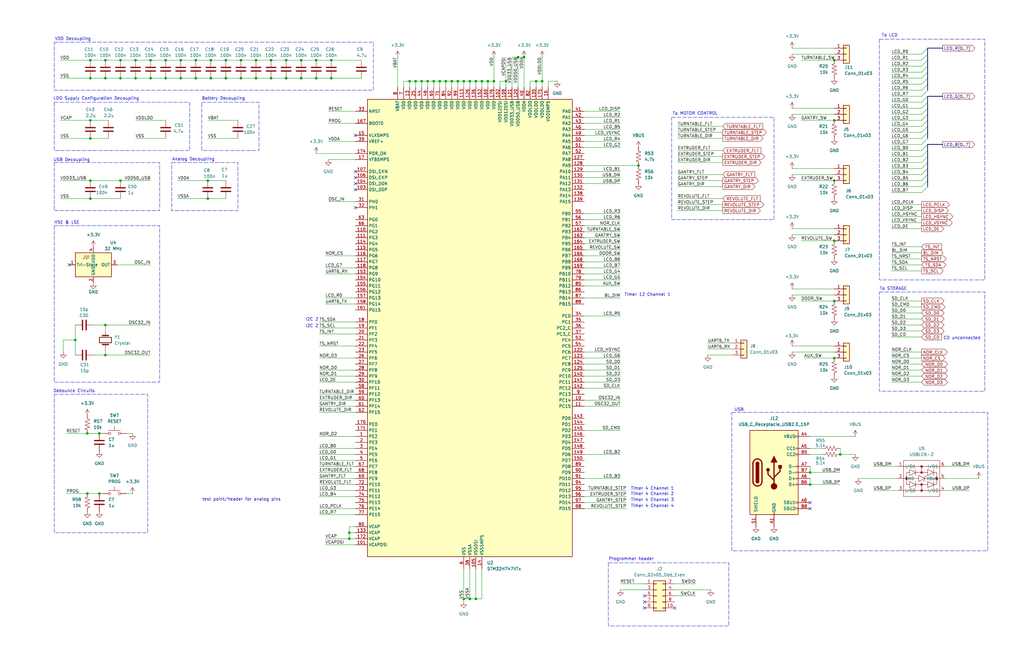
<source format=kicad_sch>
(kicad_sch (version 20250114) (generator "eeschema") (generator_version "9.0")
  (paper "User" 431.8 279.4)
  (rectangle (start 85.09 43.18) (end 109.22 63.5) (stroke (width 0) (type dash)))
  (rectangle (start 22.86 43.18) (end 80.01 63.5) (stroke (width 0) (type dash)))
  (rectangle (start 370.84 123.19) (end 415.29 165.1) (stroke (width 0) (type dash)))
  (rectangle (start 22.86 68.58) (end 67.31 88.9) (stroke (width 0) (type dash)))
  (rectangle (start 308.61 173.99) (end 416.56 232.41) (stroke (width 0) (type dash)))
  (rectangle (start 283.21 49.53) (end 326.39 92.71) (stroke (width 0) (type dash)))
  (rectangle (start 72.39 68.58) (end 100.33 88.9) (stroke (width 0) (type dash)))
  (rectangle (start 22.86 95.25) (end 67.31 161.29) (stroke (width 0) (type dash)))
  (rectangle (start 256.54 237.49) (end 307.34 264.16) (stroke (width 0) (type dash)))
  (rectangle (start 22.86 166.37) (end 62.23 224.79) (stroke (width 0) (type dash)))
  (rectangle (start 370.84 16.51) (end 415.29 118.11) (stroke (width 0) (type dash)))
  (rectangle (start 22.86 17.78) (end 157.48 38.1) (stroke (width 0) (type dash)))
  (text "Timer 4 Channel 3" (at 275.082 211.074 0) (effects (font (size 1.27 1.27))))
  (text "VDD Decoupling" (at 30.734 16.51 0) (effects (font (size 1.27 1.27))))
  (text "To MOTOR CONTROL" (at 293.116 48.006 0) (effects (font (size 1.27 1.27))))
  (text "Battery Decoupling" (at 94.234 41.656 0) (effects (font (size 1.27 1.27))))
  (text "USB Decoupling" (at 30.226 67.564 0) (effects (font (size 1.27 1.27))))
  (text "USB" (at 311.658 172.974 0) (effects (font (size 1.27 1.27))))
  (text "test point/header for analog pins" (at 101.854 210.82 0) (effects (font (size 1.27 1.27))))
  (text "HSE & LSE" (at 28.194 93.98 0) (effects (font (size 1.27 1.27))))
  (text "To STORAGE" (at 376.682 121.92 0) (effects (font (size 1.27 1.27))))
  (text "Timer 4 Channel 1" (at 275.082 206.248 0) (effects (font (size 1.27 1.27))))
  (text "Progrommer header" (at 266.192 235.966 0) (effects (font (size 1.27 1.27))))
  (text "I2C 2" (at 131.572 134.874 0) (effects (font (size 1.27 1.27))))
  (text "Timer 4 Channel 2" (at 275.082 208.534 0) (effects (font (size 1.27 1.27))))
  (text "Timer 4 Channel 4" (at 275.082 213.614 0) (effects (font (size 1.27 1.27))))
  (text "Analog Decoupling" (at 81.534 67.31 0) (effects (font (size 1.27 1.27))))
  (text "I2C 2" (at 131.572 137.668 0) (effects (font (size 1.27 1.27))))
  (text "LDO Supply Configuration Decoupling" (at 40.64 41.656 0) (effects (font (size 1.27 1.27))))
  (text "To LCD" (at 375.158 14.986 0) (effects (font (size 1.27 1.27))))
  (text "CD unconnected" (at 405.638 142.748 0) (effects (font (size 1.27 1.27))))
  (text "Debounce Circuits" (at 31.242 165.1 0) (effects (font (size 1.27 1.27))))
  (text "Timer 12 Channel 1" (at 273.05 124.46 0) (effects (font (size 1.27 1.27))))
  (junction (at 220.98 24.13))
  (junction (at 187.96 34.29))
  (junction (at 354.33 191.77))
  (junction (at 76.2 33.02))
  (junction (at 226.06 34.29))
  (junction (at 133.35 25.4))
  (junction (at 351.79 151.13))
  (junction (at 36.83 182.88))
  (junction (at 41.91 182.88))
  (junction (at 133.35 33.02))
  (junction (at 38.1 58.42))
  (junction (at 198.12 252.73))
  (junction (at 95.25 33.02))
  (junction (at 88.9 33.02))
  (junction (at 82.55 25.4))
  (junction (at 198.12 34.29))
  (junction (at 190.5 34.29))
  (junction (at 69.85 25.4))
  (junction (at 41.91 208.28))
  (junction (at 139.7 33.02))
  (junction (at 195.58 34.29))
  (junction (at 50.8 76.2))
  (junction (at 31.75 143.51))
  (junction (at 180.34 34.29))
  (junction (at 351.79 76.2))
  (junction (at 208.28 34.29))
  (junction (at 38.1 83.82))
  (junction (at 213.36 34.29))
  (junction (at 351.79 50.8))
  (junction (at 82.55 33.02))
  (junction (at 38.1 76.2))
  (junction (at 177.8 34.29))
  (junction (at 139.7 25.4))
  (junction (at 50.8 25.4))
  (junction (at 182.88 34.29))
  (junction (at 120.65 25.4))
  (junction (at 269.24 69.85))
  (junction (at 172.72 34.29))
  (junction (at 218.44 24.13))
  (junction (at 185.42 34.29))
  (junction (at 351.79 127))
  (junction (at 203.2 34.29))
  (junction (at 95.25 25.4))
  (junction (at 120.65 33.02))
  (junction (at 38.1 50.8))
  (junction (at 193.04 34.29))
  (junction (at 76.2 25.4))
  (junction (at 341.63 199.39))
  (junction (at 205.74 34.29))
  (junction (at 127 25.4))
  (junction (at 101.6 25.4))
  (junction (at 101.6 33.02))
  (junction (at 107.95 25.4))
  (junction (at 63.5 33.02))
  (junction (at 44.45 137.16))
  (junction (at 44.45 33.02))
  (junction (at 200.66 252.73))
  (junction (at 175.26 34.29))
  (junction (at 114.3 25.4))
  (junction (at 50.8 33.02))
  (junction (at 44.45 149.86))
  (junction (at 87.63 76.2))
  (junction (at 36.83 208.28))
  (junction (at 147.32 224.79))
  (junction (at 114.3 33.02))
  (junction (at 351.79 101.6))
  (junction (at 69.85 33.02))
  (junction (at 107.95 33.02))
  (junction (at 57.15 33.02))
  (junction (at 228.6 34.29))
  (junction (at 38.1 33.02))
  (junction (at 200.66 34.29))
  (junction (at 341.63 204.47))
  (junction (at 127 33.02))
  (junction (at 44.45 25.4))
  (junction (at 63.5 25.4))
  (junction (at 57.15 25.4))
  (junction (at 147.32 227.33))
  (junction (at 88.9 25.4))
  (junction (at 195.58 252.73))
  (junction (at 38.1 25.4))
  (junction (at 351.79 25.4))
  (junction (at 87.63 83.82))
  (no_connect (at 284.48 256.54))
  (no_connect (at 29.21 111.76))
  (no_connect (at 271.78 251.46))
  (no_connect (at 149.86 77.47))
  (no_connect (at 149.86 74.93))
  (no_connect (at 149.86 80.01))
  (no_connect (at 271.78 256.54))
  (no_connect (at 341.63 214.63))
  (no_connect (at 149.86 87.63))
  (no_connect (at 149.86 57.15))
  (no_connect (at 271.78 254))
  (no_connect (at 341.63 212.09))
  (no_connect (at 149.86 72.39))
  (bus_entry (at 391.16 78.74) (size -2.54 2.54))
  (bus_entry (at 391.16 71.12) (size -2.54 2.54))
  (bus_entry (at 391.16 63.5) (size -2.54 2.54))
  (bus_entry (at 391.16 22.86) (size -2.54 2.54))
  (bus_entry (at 391.16 45.72) (size -2.54 2.54))
  (bus_entry (at 391.16 50.8) (size -2.54 2.54))
  (bus_entry (at 391.16 60.96) (size -2.54 2.54))
  (bus_entry (at 391.16 66.04) (size -2.54 2.54))
  (bus_entry (at 391.16 76.2) (size -2.54 2.54))
  (bus_entry (at 391.16 73.66) (size -2.54 2.54))
  (bus_entry (at 391.16 48.26) (size -2.54 2.54))
  (bus_entry (at 391.16 53.34) (size -2.54 2.54))
  (bus_entry (at 391.16 20.32) (size -2.54 2.54))
  (bus_entry (at 391.16 68.58) (size -2.54 2.54))
  (bus_entry (at 391.16 58.42) (size -2.54 2.54))
  (bus_entry (at 391.16 33.02) (size -2.54 2.54))
  (bus_entry (at 391.16 25.4) (size -2.54 2.54))
  (bus_entry (at 391.16 43.18) (size -2.54 2.54))
  (bus_entry (at 391.16 27.94) (size -2.54 2.54))
  (bus_entry (at 391.16 30.48) (size -2.54 2.54))
  (bus_entry (at 391.16 40.64) (size -2.54 2.54))
  (bus_entry (at 391.16 55.88) (size -2.54 2.54))
  (bus_entry (at 391.16 38.1) (size -2.54 2.54))
  (bus_entry (at 391.16 35.56) (size -2.54 2.54))
  (wire (pts (xy 375.92 88.9) (xy 388.62 88.9)))
  (wire (pts (xy 195.58 34.29) (xy 195.58 36.83)))
  (wire (pts (xy 388.62 45.72) (xy 375.92 45.72)))
  (wire (pts (xy 41.91 182.88) (xy 43.18 182.88)))
  (wire (pts (xy 195.58 252.73) (xy 195.58 240.03)))
  (wire (pts (xy 246.38 46.99) (xy 261.62 46.99)))
  (wire (pts (xy 195.58 252.73) (xy 195.58 254)))
  (bus (pts (xy 391.16 60.96) (xy 391.16 63.5)))
  (wire (pts (xy 177.8 34.29) (xy 177.8 36.83)))
  (wire (pts (xy 69.85 25.4) (xy 76.2 25.4)))
  (wire (pts (xy 337.82 101.6) (xy 351.79 101.6)))
  (wire (pts (xy 378.46 201.93) (xy 361.95 201.93)))
  (wire (pts (xy 39.37 137.16) (xy 44.45 137.16)))
  (wire (pts (xy 246.38 158.75) (xy 261.62 158.75)))
  (wire (pts (xy 285.75 66.04) (xy 304.8 66.04)))
  (wire (pts (xy 180.34 34.29) (xy 177.8 34.29)))
  (wire (pts (xy 375.92 127) (xy 388.62 127)))
  (wire (pts (xy 261.62 246.38) (xy 271.78 246.38)))
  (wire (pts (xy 87.63 58.42) (xy 100.33 58.42)))
  (bus (pts (xy 391.16 71.12) (xy 391.16 73.66)))
  (wire (pts (xy 139.7 33.02) (xy 152.4 33.02)))
  (wire (pts (xy 27.94 182.88) (xy 36.83 182.88)))
  (wire (pts (xy 38.1 33.02) (xy 44.45 33.02)))
  (wire (pts (xy 375.92 142.24) (xy 388.62 142.24)))
  (bus (pts (xy 397.51 20.32) (xy 391.16 20.32)))
  (wire (pts (xy 246.38 148.59) (xy 261.62 148.59)))
  (bus (pts (xy 391.16 33.02) (xy 391.16 35.56)))
  (wire (pts (xy 203.2 34.29) (xy 200.66 34.29)))
  (wire (pts (xy 87.63 50.8) (xy 100.33 50.8)))
  (wire (pts (xy 133.35 25.4) (xy 139.7 25.4)))
  (wire (pts (xy 198.12 34.29) (xy 198.12 36.83)))
  (wire (pts (xy 210.82 36.83) (xy 210.82 34.29)))
  (wire (pts (xy 375.92 151.13) (xy 388.62 151.13)))
  (wire (pts (xy 218.44 24.13) (xy 218.44 36.83)))
  (wire (pts (xy 38.1 25.4) (xy 44.45 25.4)))
  (wire (pts (xy 285.75 68.58) (xy 304.8 68.58)))
  (wire (pts (xy 378.46 207.01) (xy 368.3 207.01)))
  (wire (pts (xy 228.6 24.13) (xy 228.6 34.29)))
  (wire (pts (xy 134.62 168.91) (xy 149.86 168.91)))
  (wire (pts (xy 284.48 248.92) (xy 299.72 248.92)))
  (wire (pts (xy 213.36 24.13) (xy 213.36 34.29)))
  (wire (pts (xy 334.01 22.86) (xy 351.79 22.86)))
  (wire (pts (xy 284.48 251.46) (xy 293.37 251.46)))
  (wire (pts (xy 351.79 20.32) (xy 334.01 20.32)))
  (wire (pts (xy 285.75 55.88) (xy 304.8 55.88)))
  (wire (pts (xy 388.62 81.28) (xy 375.92 81.28)))
  (wire (pts (xy 375.92 111.76) (xy 388.62 111.76)))
  (wire (pts (xy 388.62 40.64) (xy 375.92 40.64)))
  (wire (pts (xy 138.43 59.69) (xy 149.86 59.69)))
  (wire (pts (xy 187.96 34.29) (xy 187.96 36.83)))
  (wire (pts (xy 231.14 34.29) (xy 234.95 34.29)))
  (wire (pts (xy 375.92 109.22) (xy 388.62 109.22)))
  (wire (pts (xy 285.75 76.2) (xy 304.8 76.2)))
  (wire (pts (xy 120.65 25.4) (xy 127 25.4)))
  (wire (pts (xy 298.45 147.32) (xy 308.61 147.32)))
  (wire (pts (xy 246.38 212.09) (xy 264.16 212.09)))
  (wire (pts (xy 200.66 34.29) (xy 200.66 36.83)))
  (wire (pts (xy 134.62 158.75) (xy 149.86 158.75)))
  (wire (pts (xy 200.66 252.73) (xy 203.2 252.73)))
  (wire (pts (xy 57.15 58.42) (xy 69.85 58.42)))
  (wire (pts (xy 167.64 24.13) (xy 167.64 36.83)))
  (wire (pts (xy 388.62 66.04) (xy 375.92 66.04)))
  (wire (pts (xy 246.38 209.55) (xy 264.16 209.55)))
  (wire (pts (xy 53.34 182.88) (xy 55.88 182.88)))
  (wire (pts (xy 246.38 90.17) (xy 261.62 90.17)))
  (wire (pts (xy 101.6 33.02) (xy 107.95 33.02)))
  (wire (pts (xy 25.4 76.2) (xy 38.1 76.2)))
  (wire (pts (xy 27.94 208.28) (xy 36.83 208.28)))
  (wire (pts (xy 127 33.02) (xy 133.35 33.02)))
  (bus (pts (xy 391.16 22.86) (xy 391.16 25.4)))
  (wire (pts (xy 285.75 83.82) (xy 304.8 83.82)))
  (wire (pts (xy 74.93 83.82) (xy 87.63 83.82)))
  (wire (pts (xy 134.62 151.13) (xy 149.86 151.13)))
  (wire (pts (xy 341.63 184.15) (xy 360.68 184.15)))
  (wire (pts (xy 246.38 97.79) (xy 261.62 97.79)))
  (wire (pts (xy 375.92 104.14) (xy 388.62 104.14)))
  (wire (pts (xy 185.42 34.29) (xy 187.96 34.29)))
  (wire (pts (xy 57.15 33.02) (xy 63.5 33.02)))
  (wire (pts (xy 134.62 194.31) (xy 149.86 194.31)))
  (wire (pts (xy 246.38 110.49) (xy 261.62 110.49)))
  (wire (pts (xy 334.01 73.66) (xy 351.79 73.66)))
  (wire (pts (xy 215.9 24.13) (xy 215.9 36.83)))
  (wire (pts (xy 388.62 60.96) (xy 375.92 60.96)))
  (wire (pts (xy 220.98 24.13) (xy 220.98 36.83)))
  (wire (pts (xy 246.38 105.41) (xy 261.62 105.41)))
  (wire (pts (xy 26.67 148.59) (xy 26.67 143.51)))
  (wire (pts (xy 337.82 127) (xy 351.79 127)))
  (wire (pts (xy 38.1 58.42) (xy 45.72 58.42)))
  (bus (pts (xy 391.16 45.72) (xy 391.16 48.26)))
  (wire (pts (xy 198.12 34.29) (xy 200.66 34.29)))
  (wire (pts (xy 44.45 149.86) (xy 63.5 149.86)))
  (wire (pts (xy 218.44 24.13) (xy 220.98 24.13)))
  (wire (pts (xy 134.62 207.01) (xy 149.86 207.01)))
  (wire (pts (xy 375.92 106.68) (xy 388.62 106.68)))
  (wire (pts (xy 76.2 33.02) (xy 82.55 33.02)))
  (bus (pts (xy 391.16 53.34) (xy 391.16 55.88)))
  (wire (pts (xy 190.5 34.29) (xy 190.5 36.83)))
  (wire (pts (xy 375.92 156.21) (xy 388.62 156.21)))
  (wire (pts (xy 334.01 124.46) (xy 351.79 124.46)))
  (wire (pts (xy 114.3 33.02) (xy 120.65 33.02)))
  (wire (pts (xy 285.75 86.36) (xy 304.8 86.36)))
  (wire (pts (xy 200.66 240.03) (xy 200.66 252.73)))
  (wire (pts (xy 134.62 166.37) (xy 149.86 166.37)))
  (wire (pts (xy 114.3 25.4) (xy 120.65 25.4)))
  (wire (pts (xy 38.1 76.2) (xy 50.8 76.2)))
  (wire (pts (xy 198.12 252.73) (xy 200.66 252.73)))
  (wire (pts (xy 134.62 204.47) (xy 149.86 204.47)))
  (wire (pts (xy 198.12 252.73) (xy 198.12 240.03)))
  (wire (pts (xy 334.01 48.26) (xy 351.79 48.26)))
  (wire (pts (xy 63.5 111.76) (xy 49.53 111.76)))
  (wire (pts (xy 388.62 50.8) (xy 375.92 50.8)))
  (wire (pts (xy 31.75 137.16) (xy 31.75 143.51)))
  (wire (pts (xy 351.79 121.92) (xy 334.01 121.92)))
  (wire (pts (xy 398.78 196.85) (xy 408.94 196.85)))
  (wire (pts (xy 134.62 184.15) (xy 149.86 184.15)))
  (wire (pts (xy 375.92 86.36) (xy 388.62 86.36)))
  (wire (pts (xy 246.38 214.63) (xy 264.16 214.63)))
  (wire (pts (xy 354.33 191.77) (xy 360.68 191.77)))
  (wire (pts (xy 375.92 91.44) (xy 388.62 91.44)))
  (wire (pts (xy 147.32 224.79) (xy 147.32 222.25)))
  (wire (pts (xy 74.93 76.2) (xy 87.63 76.2)))
  (wire (pts (xy 95.25 33.02) (xy 101.6 33.02)))
  (wire (pts (xy 38.1 83.82) (xy 50.8 83.82)))
  (wire (pts (xy 127 25.4) (xy 133.35 25.4)))
  (wire (pts (xy 137.16 115.57) (xy 149.86 115.57)))
  (bus (pts (xy 391.16 76.2) (xy 391.16 78.74)))
  (wire (pts (xy 246.38 207.01) (xy 264.16 207.01)))
  (bus (pts (xy 391.16 63.5) (xy 391.16 66.04)))
  (wire (pts (xy 246.38 163.83) (xy 261.62 163.83)))
  (wire (pts (xy 246.38 115.57) (xy 261.62 115.57)))
  (wire (pts (xy 198.12 34.29) (xy 195.58 34.29)))
  (wire (pts (xy 351.79 45.72) (xy 334.01 45.72)))
  (wire (pts (xy 133.35 64.77) (xy 149.86 64.77)))
  (wire (pts (xy 138.43 85.09) (xy 149.86 85.09)))
  (wire (pts (xy 137.16 128.27) (xy 149.86 128.27)))
  (wire (pts (xy 246.38 102.87) (xy 261.62 102.87)))
  (wire (pts (xy 246.38 120.65) (xy 261.62 120.65)))
  (wire (pts (xy 185.42 34.29) (xy 182.88 34.29)))
  (wire (pts (xy 375.92 134.62) (xy 388.62 134.62)))
  (wire (pts (xy 246.38 92.71) (xy 261.62 92.71)))
  (wire (pts (xy 87.63 83.82) (xy 95.25 83.82)))
  (wire (pts (xy 138.43 67.31) (xy 149.86 67.31)))
  (wire (pts (xy 134.62 189.23) (xy 149.86 189.23)))
  (wire (pts (xy 341.63 201.93) (xy 341.63 204.47)))
  (wire (pts (xy 375.92 161.29) (xy 388.62 161.29)))
  (wire (pts (xy 375.92 114.3) (xy 388.62 114.3)))
  (wire (pts (xy 147.32 222.25) (xy 149.86 222.25)))
  (wire (pts (xy 208.28 34.29) (xy 208.28 36.83)))
  (wire (pts (xy 285.75 63.5) (xy 304.8 63.5)))
  (wire (pts (xy 388.62 78.74) (xy 375.92 78.74)))
  (wire (pts (xy 285.75 53.34) (xy 304.8 53.34)))
  (wire (pts (xy 228.6 34.29) (xy 226.06 34.29)))
  (wire (pts (xy 88.9 33.02) (xy 95.25 33.02)))
  (wire (pts (xy 388.62 25.4) (xy 375.92 25.4)))
  (wire (pts (xy 351.79 71.12) (xy 334.01 71.12)))
  (wire (pts (xy 182.88 34.29) (xy 182.88 36.83)))
  (wire (pts (xy 388.62 43.18) (xy 375.92 43.18)))
  (wire (pts (xy 246.38 151.13) (xy 261.62 151.13)))
  (wire (pts (xy 134.62 214.63) (xy 149.86 214.63)))
  (wire (pts (xy 228.6 34.29) (xy 228.6 36.83)))
  (wire (pts (xy 170.18 36.83) (xy 170.18 34.29)))
  (wire (pts (xy 375.92 137.16) (xy 388.62 137.16)))
  (bus (pts (xy 391.16 35.56) (xy 391.16 38.1)))
  (wire (pts (xy 246.38 181.61) (xy 261.62 181.61)))
  (wire (pts (xy 193.04 34.29) (xy 193.04 36.83)))
  (wire (pts (xy 246.38 59.69) (xy 261.62 59.69)))
  (wire (pts (xy 341.63 204.47) (xy 354.33 204.47)))
  (wire (pts (xy 134.62 191.77) (xy 149.86 191.77)))
  (wire (pts (xy 226.06 34.29) (xy 223.52 34.29)))
  (wire (pts (xy 101.6 25.4) (xy 107.95 25.4)))
  (wire (pts (xy 334.01 99.06) (xy 351.79 99.06)))
  (wire (pts (xy 285.75 88.9) (xy 304.8 88.9)))
  (wire (pts (xy 388.62 71.12) (xy 375.92 71.12)))
  (wire (pts (xy 44.45 137.16) (xy 44.45 139.7)))
  (wire (pts (xy 172.72 34.29) (xy 172.72 36.83)))
  (bus (pts (xy 391.16 43.18) (xy 391.16 45.72)))
  (wire (pts (xy 172.72 34.29) (xy 175.26 34.29)))
  (wire (pts (xy 388.62 76.2) (xy 375.92 76.2)))
  (wire (pts (xy 388.62 55.88) (xy 375.92 55.88)))
  (wire (pts (xy 388.62 48.26) (xy 375.92 48.26)))
  (wire (pts (xy 213.36 34.29) (xy 213.36 36.83)))
  (wire (pts (xy 208.28 34.29) (xy 205.74 34.29)))
  (bus (pts (xy 391.16 68.58) (xy 391.16 71.12)))
  (wire (pts (xy 193.04 34.29) (xy 190.5 34.29)))
  (wire (pts (xy 57.15 25.4) (xy 63.5 25.4)))
  (wire (pts (xy 88.9 25.4) (xy 95.25 25.4)))
  (wire (pts (xy 137.16 229.87) (xy 149.86 229.87)))
  (wire (pts (xy 284.48 246.38) (xy 293.37 246.38)))
  (wire (pts (xy 246.38 49.53) (xy 261.62 49.53)))
  (wire (pts (xy 246.38 69.85) (xy 269.24 69.85)))
  (wire (pts (xy 82.55 25.4) (xy 88.9 25.4)))
  (wire (pts (xy 25.4 25.4) (xy 38.1 25.4)))
  (wire (pts (xy 339.09 151.13) (xy 351.79 151.13)))
  (wire (pts (xy 205.74 34.29) (xy 203.2 34.29)))
  (wire (pts (xy 25.4 33.02) (xy 38.1 33.02)))
  (wire (pts (xy 134.62 217.17) (xy 149.86 217.17)))
  (wire (pts (xy 246.38 201.93) (xy 261.62 201.93)))
  (wire (pts (xy 26.67 143.51) (xy 31.75 143.51)))
  (wire (pts (xy 44.45 25.4) (xy 50.8 25.4)))
  (bus (pts (xy 391.16 30.48) (xy 391.16 33.02)))
  (wire (pts (xy 107.95 33.02) (xy 114.3 33.02)))
  (wire (pts (xy 36.83 182.88) (xy 41.91 182.88)))
  (wire (pts (xy 139.7 25.4) (xy 152.4 25.4)))
  (wire (pts (xy 44.45 147.32) (xy 44.45 149.86)))
  (wire (pts (xy 231.14 36.83) (xy 231.14 34.29)))
  (wire (pts (xy 170.18 34.29) (xy 172.72 34.29)))
  (wire (pts (xy 134.62 140.97) (xy 149.86 140.97)))
  (wire (pts (xy 246.38 57.15) (xy 261.62 57.15)))
  (wire (pts (xy 203.2 240.03) (xy 203.2 252.73)))
  (wire (pts (xy 341.63 199.39) (xy 354.33 199.39)))
  (wire (pts (xy 246.38 100.33) (xy 261.62 100.33)))
  (wire (pts (xy 36.83 208.28) (xy 41.91 208.28)))
  (wire (pts (xy 246.38 161.29) (xy 261.62 161.29)))
  (wire (pts (xy 87.63 76.2) (xy 95.25 76.2)))
  (wire (pts (xy 337.82 25.4) (xy 351.79 25.4)))
  (wire (pts (xy 95.25 25.4) (xy 101.6 25.4)))
  (wire (pts (xy 246.38 125.73) (xy 261.62 125.73)))
  (wire (pts (xy 25.4 50.8) (xy 38.1 50.8)))
  (bus (pts (xy 391.16 50.8) (xy 391.16 53.34)))
  (wire (pts (xy 25.4 58.42) (xy 38.1 58.42)))
  (wire (pts (xy 53.34 208.28) (xy 55.88 208.28)))
  (bus (pts (xy 391.16 27.94) (xy 391.16 30.48)))
  (wire (pts (xy 180.34 34.29) (xy 180.34 36.83)))
  (wire (pts (xy 63.5 25.4) (xy 69.85 25.4)))
  (wire (pts (xy 137.16 113.03) (xy 149.86 113.03)))
  (wire (pts (xy 137.16 227.33) (xy 147.32 227.33)))
  (wire (pts (xy 185.42 34.29) (xy 185.42 36.83)))
  (wire (pts (xy 354.33 189.23) (xy 354.33 191.77)))
  (wire (pts (xy 63.5 33.02) (xy 69.85 33.02)))
  (wire (pts (xy 31.75 143.51) (xy 31.75 149.86)))
  (wire (pts (xy 226.06 34.29) (xy 226.06 36.83)))
  (wire (pts (xy 69.85 33.02) (xy 76.2 33.02)))
  (wire (pts (xy 246.38 133.35) (xy 261.62 133.35)))
  (bus (pts (xy 397.51 40.64) (xy 391.16 40.64)))
  (wire (pts (xy 38.1 50.8) (xy 45.72 50.8)))
  (wire (pts (xy 285.75 73.66) (xy 304.8 73.66)))
  (wire (pts (xy 375.92 129.54) (xy 388.62 129.54)))
  (wire (pts (xy 246.38 72.39) (xy 261.62 72.39)))
  (wire (pts (xy 388.62 53.34) (xy 375.92 53.34)))
  (wire (pts (xy 134.62 199.39) (xy 149.86 199.39)))
  (wire (pts (xy 195.58 252.73) (xy 198.12 252.73)))
  (wire (pts (xy 398.78 207.01) (xy 408.94 207.01)))
  (wire (pts (xy 39.37 149.86) (xy 44.45 149.86)))
  (wire (pts (xy 134.62 135.89) (xy 149.86 135.89)))
  (wire (pts (xy 63.5 76.2) (xy 50.8 76.2)))
  (wire (pts (xy 261.62 248.92) (xy 271.78 248.92)))
  (wire (pts (xy 378.46 196.85) (xy 368.3 196.85)))
  (wire (pts (xy 134.62 209.55) (xy 149.86 209.55)))
  (wire (pts (xy 25.4 83.82) (xy 38.1 83.82)))
  (wire (pts (xy 137.16 125.73) (xy 149.86 125.73)))
  (wire (pts (xy 337.82 50.8) (xy 351.79 50.8)))
  (wire (pts (xy 190.5 34.29) (xy 187.96 34.29)))
  (wire (pts (xy 337.82 76.2) (xy 351.79 76.2)))
  (wire (pts (xy 246.38 113.03) (xy 261.62 113.03)))
  (wire (pts (xy 298.45 144.78) (xy 308.61 144.78)))
  (wire (pts (xy 134.62 201.93) (xy 149.86 201.93)))
  (wire (pts (xy 134.62 173.99) (xy 149.86 173.99)))
  (wire (pts (xy 76.2 25.4) (xy 82.55 25.4)))
  (wire (pts (xy 388.62 22.86) (xy 375.92 22.86)))
  (wire (pts (xy 195.58 34.29) (xy 193.04 34.29)))
  (wire (pts (xy 375.92 139.7) (xy 388.62 139.7)))
  (wire (pts (xy 388.62 63.5) (xy 375.92 63.5)))
  (wire (pts (xy 246.38 191.77) (xy 261.62 191.77)))
  (wire (pts (xy 107.95 25.4) (xy 114.3 25.4)))
  (wire (pts (xy 175.26 34.29) (xy 175.26 36.83)))
  (wire (pts (xy 388.62 58.42) (xy 375.92 58.42)))
  (wire (pts (xy 375.92 96.52) (xy 388.62 96.52)))
  (wire (pts (xy 203.2 34.29) (xy 203.2 36.83)))
  (wire (pts (xy 388.62 35.56) (xy 375.92 35.56)))
  (wire (pts (xy 375.92 148.59) (xy 388.62 148.59)))
  (wire (pts (xy 134.62 156.21) (xy 149.86 156.21)))
  (wire (pts (xy 41.91 208.28) (xy 43.18 208.28)))
  (wire (pts (xy 246.38 74.93) (xy 261.62 74.93)))
  (wire (pts (xy 246.38 156.21) (xy 261.62 156.21)))
  (wire (pts (xy 82.55 33.02) (xy 88.9 33.02)))
  (bus (pts (xy 391.16 66.04) (xy 391.16 68.58)))
  (bus (pts (xy 391.16 73.66) (xy 391.16 76.2)))
  (wire (pts (xy 246.38 77.47) (xy 261.62 77.47)))
  (wire (pts (xy 223.52 34.29) (xy 223.52 36.83)))
  (bus (pts (xy 391.16 25.4) (xy 391.16 27.94)))
  (wire (pts (xy 375.92 153.67) (xy 388.62 153.67)))
  (wire (pts (xy 134.62 146.05) (xy 149.86 146.05)))
  (wire (pts (xy 147.32 224.79) (xy 147.32 227.33)))
  (wire (pts (xy 246.38 54.61) (xy 261.62 54.61)))
  (wire (pts (xy 134.62 161.29) (xy 149.86 161.29)))
  (wire (pts (xy 134.62 138.43) (xy 149.86 138.43)))
  (wire (pts (xy 375.92 93.98) (xy 388.62 93.98)))
  (wire (pts (xy 341.63 189.23) (xy 346.71 189.23)))
  (wire (pts (xy 351.79 146.05) (xy 334.01 146.05)))
  (wire (pts (xy 44.45 137.16) (xy 63.5 137.16)))
  (wire (pts (xy 147.32 224.79) (xy 149.86 224.79)))
  (wire (pts (xy 246.38 62.23) (xy 261.62 62.23)))
  (wire (pts (xy 133.35 33.02) (xy 139.7 33.02)))
  (wire (pts (xy 375.92 132.08) (xy 388.62 132.08)))
  (bus (pts (xy 391.16 40.64) (xy 391.16 43.18)))
  (wire (pts (xy 388.62 27.94) (xy 375.92 27.94)))
  (wire (pts (xy 210.82 34.29) (xy 213.36 34.29)))
  (wire (pts (xy 334.01 148.59) (xy 351.79 148.59)))
  (wire (pts (xy 50.8 25.4) (xy 57.15 25.4)))
  (wire (pts (xy 138.43 46.99) (xy 149.86 46.99)))
  (bus (pts (xy 391.16 20.32) (xy 391.16 22.86)))
  (wire (pts (xy 388.62 73.66) (xy 375.92 73.66)))
  (wire (pts (xy 246.38 118.11) (xy 261.62 118.11)))
  (wire (pts (xy 215.9 24.13) (xy 218.44 24.13)))
  (wire (pts (xy 351.79 96.52) (xy 334.01 96.52)))
  (wire (pts (xy 341.63 196.85) (xy 341.63 199.39)))
  (wire (pts (xy 375.92 158.75) (xy 388.62 158.75)))
  (bus (pts (xy 397.51 60.96) (xy 391.16 60.96)))
  (wire (pts (xy 120.65 33.02) (xy 127 33.02)))
  (wire (pts (xy 388.62 33.02) (xy 375.92 33.02)))
  (wire (pts (xy 388.62 68.58) (xy 375.92 68.58)))
  (wire (pts (xy 205.74 34.29) (xy 205.74 36.83)))
  (wire (pts (xy 398.78 201.93) (xy 412.75 201.93)))
  (wire (pts (xy 138.43 52.07) (xy 149.86 52.07)))
  (wire (pts (xy 341.63 191.77) (xy 346.71 191.77)))
  (wire (pts (xy 57.15 50.8) (xy 69.85 50.8)))
  (wire (pts (xy 246.38 168.91) (xy 261.62 168.91)))
  (wire (pts (xy 298.45 149.86) (xy 308.61 149.86)))
  (wire (pts (xy 246.38 52.07) (xy 261.62 52.07)))
  (wire (pts (xy 246.38 171.45) (xy 261.62 171.45)))
  (wire (pts (xy 388.62 38.1) (xy 375.92 38.1)))
  (wire (pts (xy 137.16 107.95) (xy 149.86 107.95)))
  (wire (pts (xy 246.38 95.25) (xy 261.62 95.25)))
  (wire (pts (xy 180.34 34.29) (xy 182.88 34.29)))
  (wire (pts (xy 246.38 107.95) (xy 261.62 107.95)))
  (wire (pts (xy 175.26 34.29) (xy 177.8 34.29)))
  (wire (pts (xy 246.38 153.67) (xy 261.62 153.67)))
  (wire (pts (xy 50.8 33.02) (xy 57.15 33.02)))
  (bus (pts (xy 391.16 48.26) (xy 391.16 50.8)))
  (wire (pts (xy 147.32 227.33) (xy 149.86 227.33)))
  (bus (pts (xy 391.16 55.88) (xy 391.16 58.42)))
  (wire (pts (xy 208.28 24.13) (xy 208.28 34.29)))
  (wire (pts (xy 134.62 171.45) (xy 149.86 171.45)))
  (wire (pts (xy 134.62 196.85) (xy 149.86 196.85)))
  (wire (pts (xy 285.75 78.74) (xy 304.8 78.74)))
  (wire (pts (xy 44.45 33.02) (xy 50.8 33.02)))
  (wire (pts (xy 285.75 58.42) (xy 304.8 58.42)))
  (wire (pts (xy 388.62 30.48) (xy 375.92 30.48)))
  (label "LCD_G7" (at 375.92 60.96 0))
  (label "AUX_SW" (at 339.09 151.13 0))
  (label "GANTRY_STEP" (at 285.75 76.2 0))
  (label "TURNTABLE_FLT" (at 134.62 196.85 0))
  (label "LCD_R4" (at 375.92 33.02 0))
  (label "LCD_HSYNC" (at 261.62 148.59 180))
  (label "LCD_G3" (at 375.92 50.8 0))
  (label "LCD_R5" (at 375.92 35.56 0))
  (label "VDD50_USB" (at 63.5 76.2 180))
  (label "VSS" (at 25.4 58.42 0))
  (label "NOR_D3" (at 134.62 151.13 0))
  (label "TURNTABLE_SW" (at 337.82 25.4 0))
  (label "USB_DP" (at 368.3 207.01 0))
  (label "VSS" (at 195.58 252.73 90))
  (label "OSC_IN" (at 138.43 85.09 0))
  (label "VSS" (at 25.4 83.82 0))
  (label "OSC32_OUT" (at 63.5 149.86 180))
  (label "NOR_CLK" (at 375.92 148.59 0))
  (label "USB_DP" (at 408.94 207.01 180))
  (label "LCD_HSYNC" (at 375.92 91.44 0))
  (label "TURNTABLE_DIR" (at 134.62 166.37 0))
  (label "EXTRUDER_SW" (at 261.62 102.87 180))
  (label "LCD_VSYNC" (at 375.92 93.98 0))
  (label "LCD_B1" (at 261.62 72.39 180))
  (label "LCD_B2" (at 375.92 68.58 0))
  (label "LCD_B7" (at 261.62 113.03 180))
  (label "UART6_TX" (at 298.45 144.78 0))
  (label "VSS" (at 57.15 58.42 0))
  (label "VDDA" (at 220.98 24.13 270))
  (label "LCD_B4" (at 375.92 73.66 0))
  (label "SWCLK" (at 293.37 251.46 180))
  (label "NOR_D3" (at 375.92 161.29 0))
  (label "EXTRUDER_DIR" (at 285.75 68.58 0))
  (label "VSS" (at 87.63 58.42 0))
  (label "GANTRY_STEP" (at 264.16 212.09 180))
  (label "EXTRUDER_FLT" (at 134.62 199.39 0))
  (label "SD_CD" (at 375.92 142.24 0))
  (label "BL_DIM" (at 375.92 106.68 0))
  (label "VDDLDO" (at 228.6 24.13 270))
  (label "SD_CLK" (at 261.62 163.83 180))
  (label "EXTRUDER_STEP" (at 285.75 66.04 0))
  (label "GANTRY_SW" (at 337.82 50.8 0))
  (label "LCD_G5" (at 261.62 118.11 180))
  (label "SD_D3" (at 375.92 139.7 0))
  (label "USB_DM" (at 261.62 74.93 180))
  (label "RESET" (at 27.94 182.88 0))
  (label "TS_SDA" (at 375.92 111.76 0))
  (label "LCD_B0" (at 375.92 63.5 0))
  (label "LCD_DISP" (at 375.92 88.9 0))
  (label "REVOLUTE_STEP" (at 285.75 86.36 0))
  (label "REVOLUTE_FLT" (at 285.75 83.82 0))
  (label "EXTRUDER_FLT" (at 285.75 63.5 0))
  (label "REVOLUTE_DIR" (at 285.75 88.9 0))
  (label "LCD_G2" (at 375.92 48.26 0))
  (label "TS_SCL" (at 134.62 138.43 0))
  (label "USB_DP" (at 354.33 204.47 180))
  (label "GANTRY_DIR" (at 285.75 78.74 0))
  (label "NOR_D1" (at 375.92 156.21 0))
  (label "NOR_D1" (at 134.62 158.75 0))
  (label "TURNTABLE_SW" (at 261.62 97.79 180))
  (label "LCD_G4" (at 375.92 53.34 0))
  (label "LCD_G4" (at 261.62 115.57 180))
  (label "USB_DP" (at 261.62 77.47 180))
  (label "OSC_IN" (at 63.5 111.76 180))
  (label "NOR_CLK" (at 261.62 95.25 180))
  (label "SD_D1" (at 375.92 134.62 0))
  (label "USB_DM" (at 354.33 199.39 180))
  (label "NOR_D0" (at 134.62 156.21 0))
  (label "VBAT" (at 87.63 50.8 0))
  (label "LCD_R7" (at 134.62 217.17 0))
  (label "UART6_RX" (at 298.45 147.32 0))
  (label "LCD_B6" (at 261.62 110.49 180))
  (label "LCD_G0" (at 375.92 43.18 0))
  (label "LCD_G7" (at 137.16 113.03 0))
  (label "GANTRY_FLT" (at 134.62 201.93 0))
  (label "LCD_R0" (at 375.92 22.86 0))
  (label "LCD_B5" (at 375.92 76.2 0))
  (label "TURNTABLE_STEP" (at 285.75 55.88 0))
  (label "VDD50_USB" (at 218.44 24.13 270))
  (label "RESET" (at 261.62 246.38 0))
  (label "TS_NRST" (at 375.92 109.22 0))
  (label "TS_SDA" (at 134.62 135.89 0))
  (label "NOR_D2" (at 134.62 184.15 0))
  (label "AUX_SW" (at 261.62 120.65 180))
  (label "LCD_B4" (at 134.62 209.55 0))
  (label "TURNTABLE_FLT" (at 285.75 53.34 0))
  (label "VSSA" (at 74.93 83.82 0))
  (label "LCD_R6" (at 375.92 38.1 0))
  (label "DOOR_SW" (at 261.62 107.95 180))
  (label "LCD_PCLK" (at 375.92 86.36 0))
  (label "LCD_G6" (at 375.92 58.42 0))
  (label "REVOLUTE_SW" (at 261.62 105.41 180))
  (label "TURNTABLE_STEP" (at 264.16 207.01 180))
  (label "LCD_B5" (at 261.62 54.61 180))
  (label "LCD_R0" (at 137.16 125.73 0))
  (label "SWDIO" (at 293.37 246.38 180))
  (label "LCD_R4" (at 261.62 59.69 180))
  (label "GANTRY_DIR" (at 134.62 171.45 0))
  (label "LCD_R1" (at 375.92 25.4 0))
  (label "PROG" (at 138.43 52.07 0))
  (label "VDD" (at 25.4 25.4 0))
  (label "LCD_VSYNC" (at 261.62 57.15 180))
  (label "NOR_CS" (at 375.92 151.13 0))
  (label "VCAP" (at 137.16 227.33 0))
  (label "SD_CMD" (at 261.62 181.61 180))
  (label "TURNTABLE_DIR" (at 285.75 58.42 0))
  (label "LCD_R6" (at 261.62 92.71 180))
  (label "EXTRUDER_SW" (at 337.82 76.2 0))
  (label "NOR_CS" (at 137.16 107.95 0))
  (label "SD_D3" (at 261.62 161.29 180))
  (label "LCD_R1" (at 261.62 52.07 180))
  (label "TS_INT" (at 375.92 104.14 0))
  (label "VDD33_USB" (at 25.4 76.2 0))
  (label "LCD_DISP" (at 261.62 46.99 180))
  (label "LCD_G1" (at 375.92 45.72 0))
  (label "TS_NRST" (at 134.62 146.05 0))
  (label "SD_D0" (at 375.92 132.08 0))
  (label "NOR_D0" (at 375.92 153.67 0))
  (label "GANTRY_FLT" (at 285.75 73.66 0))
  (label "NOR_D2" (at 375.92 158.75 0))
  (label "LCD_B1" (at 375.92 66.04 0))
  (label "SD_CLK" (at 375.92 127 0))
  (label "SD_D1" (at 261.62 156.21 180))
  (label "LCD_R5" (at 261.62 133.35 180))
  (label "OSC32_IN" (at 261.62 168.91 180))
  (label "LCD_G1" (at 134.62 194.31 0))
  (label "OSC32_IN" (at 63.5 137.16 180))
  (label "LCD_B2" (at 261.62 191.77 180))
  (label "EXTRUDER_STEP" (at 264.16 209.55 180))
  (label "LCD_R3" (at 375.92 30.48 0))
  (label "VDDA" (at 74.93 76.2 0))
  (label "OSC32_OUT" (at 261.62 171.45 180))
  (label "LCD_B7" (at 375.92 81.28 0))
  (label "REVOLUTE_STEP" (at 264.16 214.63 180))
  (label "LCD_G0" (at 134.62 191.77 0))
  (label "TS_INT" (at 134.62 140.97 0))
  (label "VSSA" (at 198.12 252.73 90))
  (label "GANTRY_SW" (at 261.62 100.33 180))
  (label "REVOLUTE_FLT" (at 134.62 204.47 0))
  (label "LCD_B0" (at 134.62 189.23 0))
  (label "EXTRUDER_DIR" (at 134.62 168.91 0))
  (label "LCD_G2" (at 261.62 62.23 180))
  (label "TS_SCL" (at 375.92 114.3 0))
  (label "USB_DM" (at 368.3 196.85 0))
  (label "LCD_R7" (at 375.92 40.64 0))
  (label "VCAPDSI" (at 213.36 24.13 270))
  (label "UART6_RX" (at 137.16 115.57 0))
  (label "USB_DM" (at 408.94 196.85 180))
  (label "LCD_R3" (at 261.62 90.17 180))
  (label "LCD_G5" (at 375.92 55.88 0))
  (label "LCD_DE" (at 375.92 96.52 0))
  (label "LCD_B6" (at 375.92 78.74 0))
  (label "REVOLUTE_DIR" (at 134.62 173.99 0))
  (label "LCD_B3" (at 375.92 71.12 0))
  (label "LCD_PCLK" (at 134.62 214.63 0))
  (label "LCD_R2" (at 261.62 49.53 180))
  (label "SD_D2" (at 375.92 137.16 0))
  (label "SD_CMD" (at 375.92 129.54 0))
  (label "LCD_G6" (at 261.62 151.13 180))
  (label "LCD_R2" (at 375.92 27.94 0))
  (label "VCAP" (at 25.4 50.8 0))
  (label "UART6_TX" (at 137.16 128.27 0))
  (label "SD_D2" (at 261.62 158.75 180))
  (label "VCAPDSI" (at 137.16 229.87 0))
  (label "VDD33_USB" (at 215.9 24.13 270))
  (label "VDD" (at 208.28 24.13 270))
  (label "VDDA" (at 138.43 59.69 0))
  (label "PROG" (at 27.94 208.28 0))
  (label "BL_DIM" (at 261.62 125.73 180))
  (label "RESET" (at 138.43 46.99 0))
  (label "SD_D0" (at 261.62 153.67 180))
  (label "LCD_DE" (at 134.62 161.29 0))
  (label "VBAT" (at 167.64 24.13 270))
  (label "LCD_G3" (at 134.62 207.01 0))
  (label "LCD_B3" (at 261.62 201.93 180))
  (label "DOOR_SW" (at 337.82 127 0))
  (label "VDDLDO" (at 57.15 50.8 0))
  (label "VSS" (at 25.4 33.02 0))
  (label "REVOLUTE_SW" (at 337.82 101.6 0))
  (global_label "NOR_D3" (shape bidirectional) (at 388.62 161.29 0) (property "Intersheetrefs" "${INTERSHEET_REFS}" (effects (hide yes))))
  (global_label "EXTRUDER_DIR" (shape output) (at 304.8 68.58 0) (property "Intersheetrefs" "${INTERSHEET_REFS}" (effects (hide yes))))
  (global_label "SD_D2" (shape bidirectional) (at 388.62 137.16 0) (property "Intersheetrefs" "${INTERSHEET_REFS}" (effects (hide yes))))
  (global_label "SD_CLK" (shape output) (at 388.62 127 0) (property "Intersheetrefs" "${INTERSHEET_REFS}" (effects (hide yes))))
  (global_label "GANTRY_DIR" (shape output) (at 304.8 78.74 0) (property "Intersheetrefs" "${INTERSHEET_REFS}" (effects (hide yes))))
  (global_label "LCD_DISP" (shape output) (at 388.62 88.9 0) (property "Intersheetrefs" "${INTERSHEET_REFS}" (effects (hide yes))))
  (global_label "TS_SDA" (shape bidirectional) (at 388.62 111.76 0) (property "Intersheetrefs" "${INTERSHEET_REFS}" (effects (hide yes))))
  (global_label "NOR_D0" (shape bidirectional) (at 388.62 153.67 0) (property "Intersheetrefs" "${INTERSHEET_REFS}" (effects (hide yes))))
  (global_label "LCD_DE" (shape output) (at 388.62 96.52 0) (property "Intersheetrefs" "${INTERSHEET_REFS}" (effects (hide yes))))
  (global_label "NOR_CLK" (shape output) (at 388.62 148.59 0) (property "Intersheetrefs" "${INTERSHEET_REFS}" (effects (hide yes))))
  (global_label "SD_CD" (shape input) (at 388.62 142.24 0) (property "Intersheetrefs" "${INTERSHEET_REFS}" (effects (hide yes))))
  (global_label "NOR_CS" (shape output) (at 388.62 151.13 0) (property "Intersheetrefs" "${INTERSHEET_REFS}" (effects (hide yes))))
  (global_label "GANTRY_STEP" (shape output) (at 304.8 76.2 0) (property "Intersheetrefs" "${INTERSHEET_REFS}" (effects (hide yes))))
  (global_label "REVOLUTE_STEP" (shape output) (at 304.8 86.36 0) (property "Intersheetrefs" "${INTERSHEET_REFS}" (effects (hide yes))))
  (global_label "TURNTABLE_FLT" (shape input) (at 304.8 53.34 0) (property "Intersheetrefs" "${INTERSHEET_REFS}" (effects (hide yes))))
  (global_label "REVOLUTE_FLT" (shape input) (at 304.8 83.82 0) (property "Intersheetrefs" "${INTERSHEET_REFS}" (effects (hide yes))))
  (global_label "TS_SCL" (shape output) (at 388.62 114.3 0) (property "Intersheetrefs" "${INTERSHEET_REFS}" (effects (hide yes))))
  (global_label "BL_DIM" (shape output) (at 388.62 106.68 0) (property "Intersheetrefs" "${INTERSHEET_REFS}" (effects (hide yes))))
  (global_label "SD_D3" (shape bidirectional) (at 388.62 139.7 0) (property "Intersheetrefs" "${INTERSHEET_REFS}" (effects (hide yes))))
  (global_label "LCD_HSYNC" (shape output) (at 388.62 91.44 0) (property "Intersheetrefs" "${INTERSHEET_REFS}" (effects (hide yes))))
  (global_label "EXTRUDER_STEP" (shape output) (at 304.8 66.04 0) (property "Intersheetrefs" "${INTERSHEET_REFS}" (effects (hide yes))))
  (global_label "NOR_D1" (shape bidirectional) (at 388.62 156.21 0) (property "Intersheetrefs" "${INTERSHEET_REFS}" (effects (hide yes))))
  (global_label "EXTRUDER_FLT" (shape input) (at 304.8 63.5 0) (property "Intersheetrefs" "${INTERSHEET_REFS}" (effects (hide yes))))
  (global_label "SD_D1" (shape bidirectional) (at 388.62 134.62 0) (property "Intersheetrefs" "${INTERSHEET_REFS}" (effects (hide yes))))
  (global_label "LCD_PCLK" (shape output) (at 388.62 86.36 0) (property "Intersheetrefs" "${INTERSHEET_REFS}" (effects (hide yes))))
  (global_label "GANTRY_FLT" (shape input) (at 304.8 73.66 0) (property "Intersheetrefs" "${INTERSHEET_REFS}" (effects (hide yes))))
  (global_label "NOR_D2" (shape bidirectional) (at 388.62 158.75 0) (property "Intersheetrefs" "${INTERSHEET_REFS}" (effects (hide yes))))
  (global_label "TURNTABLE_DIR" (shape output) (at 304.8 58.42 0) (property "Intersheetrefs" "${INTERSHEET_REFS}" (effects (hide yes))))
  (global_label "LCD_R[0..7]" (shape output) (at 397.51 20.32 0) (property "Intersheetrefs" "${INTERSHEET_REFS}" (effects (hide yes))))
  (global_label "LCD_VSYNC" (shape output) (at 388.62 93.98 0) (property "Intersheetrefs" "${INTERSHEET_REFS}" (effects (hide yes))))
  (global_label "TS_NRST" (shape output) (at 388.62 109.22 0) (property "Intersheetrefs" "${INTERSHEET_REFS}" (effects (hide yes))))
  (global_label "LCD_G[0..7]" (shape output) (at 397.51 40.64 0) (property "Intersheetrefs" "${INTERSHEET_REFS}" (effects (hide yes))))
  (global_label "SD_CMD" (shape output) (at 388.62 129.54 0) (property "Intersheetrefs" "${INTERSHEET_REFS}" (effects (hide yes))))
  (global_label "LCD_B[0..7]" (shape output) (at 397.51 60.96 0) (property "Intersheetrefs" "${INTERSHEET_REFS}" (effects (hide yes))))
  (global_label "REVOLUTE_DIR" (shape output) (at 304.8 88.9 0) (property "Intersheetrefs" "${INTERSHEET_REFS}" (effects (hide yes))))
  (global_label "SD_D0" (shape bidirectional) (at 388.62 132.08 0) (property "Intersheetrefs" "${INTERSHEET_REFS}" (effects (hide yes))))
  (global_label "TURNTABLE_STEP" (shape output) (at 304.8 55.88 0) (property "Intersheetrefs" "${INTERSHEET_REFS}" (effects (hide yes))))
  (global_label "TS_INT" (shape input) (at 388.62 104.14 0) (property "Intersheetrefs" "${INTERSHEET_REFS}" (effects (hide yes))))
  (symbol (lib_id "power:GND") (at 351.79 33.02 0) (unit 1)
    (property "Reference" "#PWR058" (effects (hide yes)))
    (property "Value" "GND" (at 351.79 38.1 0))
    (property "Description" "Power symbol creates a global label with name \"GND\" , ground" (effects (hide yes)))
  )
  (symbol (lib_id "Switch:SW_Push") (at 48.26 208.28 0) (unit 1)
    (property "Reference" "SW?" (at 48.26 200.66 0))
    (property "Value" "PROG" (at 48.26 203.2 0))
    (property "Description" "Push button switch, generic, two pins" (effects (hide yes)))
  )
  (symbol (lib_id "Device:C") (at 127 29.21 0) (mirror y) (unit 1)
    (property "Reference" "C24" (at 124.46 20.828 0) (effects (justify right)))
    (property "Value" "100n" (at 124.46 23.368 0) (effects (justify right)))
    (property "Footprint" "Capacitor_SMD:C_0603_1608Metric" (effects (hide yes)))
    (property "Description" "Unpolarized capacitor" (effects (hide yes)))
  )
  (symbol (lib_id "power:GND") (at 318.77 222.25 0) (mirror y) (unit 1)
    (property "Reference" "#PWR051" (effects (hide yes)))
    (property "Value" "GND" (at 318.77 227.33 0))
    (property "Description" "Power symbol creates a global label with name \"GND\" , ground" (effects (hide yes)))
  )
  (symbol (lib_id "power:+3.3V") (at 334.01 71.12 0) (unit 1)
    (property "Reference" "#PWR062" (effects (hide yes)))
    (property "Value" "+3.3V" (at 334.01 66.04 0))
    (property "Description" "Power symbol creates a global label with name \"+3.3V\"" (effects (hide yes)))
  )
  (symbol (lib_id "power:GND") (at 351.79 83.82 0) (unit 1)
    (property "Reference" "#PWR064" (effects (hide yes)))
    (property "Value" "GND" (at 351.79 88.9 0))
    (property "Description" "Power symbol creates a global label with name \"GND\" , ground" (effects (hide yes)))
  )
  (symbol (lib_id "Connector_Generic:Conn_01x03") (at 356.87 48.26 0) (unit 1)
    (property "Reference" "J5" (at 355.6 54.61 0) (effects (justify left)))
    (property "Value" "Conn_01x03" (at 355.6 57.15 0) (effects (justify left)))
    (property "Description" "Generic connector, single row, 01x03, script generated (kicad-library-utils/schlib/autogen/connector/)" (effects (hide yes)))
  )
  (symbol (lib_id "power:GND") (at 334.01 22.86 0) (unit 1)
    (property "Reference" "#PWR057" (effects (hide yes)))
    (property "Value" "GND" (at 334.01 27.94 0))
    (property "Description" "Power symbol creates a global label with name \"GND\" , ground" (effects (hide yes)))
  )
  (symbol (lib_id "Device:C") (at 38.1 29.21 0) (mirror y) (unit 1)
    (property "Reference" "C11" (at 35.56 20.828 0) (effects (justify right)))
    (property "Value" "100n" (at 35.56 23.368 0) (effects (justify right)))
    (property "Footprint" "Capacitor_SMD:C_0603_1608Metric" (effects (hide yes)))
    (property "Description" "Unpolarized capacitor" (effects (hide yes)))
  )
  (symbol (lib_id "power:GND") (at 41.91 190.5 0) (unit 1)
    (property "Reference" "#PWR01" (effects (hide yes)))
    (property "Value" "GND" (at 41.91 195.58 0))
    (property "Description" "Power symbol creates a global label with name \"GND\" , ground" (effects (hide yes)))
  )
  (symbol (lib_id "power:+3.3V") (at 228.6 24.13 0) (unit 1)
    (property "Reference" "#PWR037" (effects (hide yes)))
    (property "Value" "+3.3V" (at 228.6 19.05 0))
    (property "Description" "Power symbol creates a global label with name \"+3.3V\"" (effects (hide yes)))
  )
  (symbol (lib_id "Device:C") (at 76.2 29.21 0) (mirror y) (unit 1)
    (property "Reference" "C16" (at 73.66 20.828 0) (effects (justify right)))
    (property "Value" "100n" (at 73.66 23.368 0) (effects (justify right)))
    (property "Footprint" "Capacitor_SMD:C_0603_1608Metric" (effects (hide yes)))
    (property "Description" "Unpolarized capacitor" (effects (hide yes)))
  )
  (symbol (lib_id "power:GND") (at 261.62 248.92 0) (mirror y) (unit 1)
    (property "Reference" "#PWR042" (effects (hide yes)))
    (property "Value" "GND" (at 261.62 254 0))
    (property "Description" "Power symbol creates a global label with name \"GND\" , ground" (effects (hide yes)))
  )
  (symbol (lib_id "Device:R_US") (at 36.83 179.07 0) (unit 1)
    (property "Reference" "R57" (at 39.37 177.7999 0) (effects (justify left)))
    (property "Value" "10k" (at 39.37 180.3399 0) (effects (justify left)))
    (property "Description" "Resistor, US symbol" (effects (hide yes)))
  )
  (symbol (lib_id "MCU_ST_STM32H7:STM32H747IITx") (at 198.12 138.43 0) (unit 1)
    (property "Reference" "U2" (at 205.3433 237.49 0) (effects (justify left)))
    (property "Value" "STM32H747IITx" (at 205.3433 240.03 0) (effects (justify left)))
    (property "Footprint" "Package_QFP:LQFP-176_24x24mm_P0.5mm" (effects (hide yes)))
    (property "Datasheet" "https://www.st.com/resource/en/datasheet/stm32h747ii.pdf" (effects (hide yes)))
    (property "Description" "STMicroelectronics Arm Cortex-M7 MCU, 2048KB flash, 1024KB RAM, 480 MHz, 1.62-3.6V, 114 GPIO, LQFP176" (effects (hide yes)))
  )
  (symbol (lib_id "power:VBUS") (at 412.75 201.93 0) (unit 1)
    (property "Reference" "#PWR053" (effects (hide yes)))
    (property "Value" "VBUS" (at 412.75 196.85 0))
    (property "Description" "Power symbol creates a global label with name \"VBUS\"" (effects (hide yes)))
  )
  (symbol (lib_id "power:+3.3V") (at 334.01 121.92 0) (unit 1)
    (property "Reference" "#PWR068" (effects (hide yes)))
    (property "Value" "+3.3V" (at 334.01 116.84 0))
    (property "Description" "Power symbol creates a global label with name \"+3.3V\"" (effects (hide yes)))
  )
  (symbol (lib_id "power:+3.3V") (at 334.01 146.05 0) (unit 1)
    (property "Reference" "#PWR071" (effects (hide yes)))
    (property "Value" "+3.3V" (at 333.756 141.732 0))
    (property "Description" "Power symbol creates a global label with name \"+3.3V\"" (effects (hide yes)))
  )
  (symbol (lib_id "Device:C") (at 50.8 29.21 0) (mirror y) (unit 1)
    (property "Reference" "C12" (at 48.26 20.828 0) (effects (justify right)))
    (property "Value" "100n" (at 48.26 23.368 0) (effects (justify right)))
    (property "Footprint" "Capacitor_SMD:C_0603_1608Metric" (effects (hide yes)))
    (property "Description" "Unpolarized capacitor" (effects (hide yes)))
  )
  (symbol (lib_id "Device:C") (at 88.9 29.21 0) (mirror y) (unit 1)
    (property "Reference" "C18" (at 86.36 20.828 0) (effects (justify right)))
    (property "Value" "100n" (at 86.36 23.368 0) (effects (justify right)))
    (property "Footprint" "Capacitor_SMD:C_0603_1608Metric" (effects (hide yes)))
    (property "Description" "Unpolarized capacitor" (effects (hide yes)))
  )
  (symbol (lib_id "power:GND") (at 360.68 191.77 0) (mirror y) (unit 1)
    (property "Reference" "#PWR049" (effects (hide yes)))
    (property "Value" "GND" (at 360.68 196.85 0))
    (property "Description" "Power symbol creates a global label with name \"GND\" , ground" (effects (hide yes)))
  )
  (symbol (lib_id "Device:C") (at 45.72 54.61 0) (unit 1)
    (property "Reference" "C46" (at 43.688 46.228 0) (effects (justify left)))
    (property "Value" "2.2u" (at 43.688 48.768 0) (effects (justify left)))
    (property "Footprint" "Capacitor_SMD:C_0805_2012Metric" (effects (hide yes)))
    (property "Description" "Unpolarized capacitor" (effects (hide yes)))
  )
  (symbol (lib_id "Device:C") (at 38.1 54.61 0) (unit 1)
    (property "Reference" "C43" (at 36.068 46.228 0) (effects (justify left)))
    (property "Value" "2.2u" (at 36.068 48.768 0) (effects (justify left)))
    (property "Footprint" "Capacitor_SMD:C_0805_2012Metric" (effects (hide yes)))
    (property "Description" "Unpolarized capacitor" (effects (hide yes)))
  )
  (symbol (lib_id "power:GND") (at 36.83 215.9 0) (unit 1)
    (property "Reference" "#PWR?" (effects (hide yes)))
    (property "Value" "GND" (at 36.83 220.98 0))
    (property "Description" "Power symbol creates a global label with name \"GND\" , ground" (effects (hide yes)))
  )
  (symbol (lib_id "Device:C") (at 87.63 80.01 0) (unit 1)
    (property "Reference" "C8" (at 85.852 71.882 0) (effects (justify left)))
    (property "Value" "100n" (at 85.852 74.422 0) (effects (justify left)))
    (property "Footprint" "Capacitor_SMD:C_0603_1608Metric" (effects (hide yes)))
    (property "Description" "Unpolarized capacitor" (effects (hide yes)))
  )
  (symbol (lib_id "Connector_Generic:Conn_01x03") (at 356.87 22.86 0) (unit 1)
    (property "Reference" "J11" (at 356.108 28.448 0) (effects (justify left)))
    (property "Value" "Conn_01x03" (at 356.108 30.988 0) (effects (justify left)))
    (property "Description" "Generic connector, single row, 01x03, script generated (kicad-library-utils/schlib/autogen/connector/)" (effects (hide yes)))
  )
  (symbol (lib_id "Connector_Generic:Conn_01x03") (at 356.87 148.59 0) (unit 1)
    (property "Reference" "J10" (at 355.854 154.94 0) (effects (justify left)))
    (property "Value" "Conn_01x03" (at 355.854 157.48 0) (effects (justify left)))
    (property "Description" "Generic connector, single row, 01x03, script generated (kicad-library-utils/schlib/autogen/connector/)" (effects (hide yes)))
  )
  (symbol (lib_id "Device:R_US") (at 269.24 73.66 0) (unit 1)
    (property "Reference" "R56" (at 271.78 72.3899 0) (effects (justify left)))
    (property "Value" "10k" (at 271.78 74.9299 0) (effects (justify left)))
    (property "Description" "Resistor, US symbol" (effects (hide yes)))
  )
  (symbol (lib_id "power:+3.3V") (at 220.98 24.13 0) (unit 1)
    (property "Reference" "#PWR038" (effects (hide yes)))
    (property "Value" "+3.3V" (at 220.98 19.05 0))
    (property "Description" "Power symbol creates a global label with name \"+3.3V\"" (effects (hide yes)))
  )
  (symbol (lib_id "CustomSymbols:ECS-3225MVLC") (at 39.37 111.76 0) (unit 1)
    (property "Reference" "U4" (at 47.752 102.362 0))
    (property "Value" "32 MHz" (at 47.752 104.902 0))
    (property "Footprint" "CustomFootprints:ECS-3225" (effects (hide yes)))
    (property "Datasheet" "https://ecsxtal.com/store/pdf/ECS-3225MVLC.pdf" (effects (hide yes)))
    (property "Description" "1.6-3.6V CMOS crystal oscillator 1-75 MHz" (effects (hide yes)))
  )
  (symbol (lib_id "power:GND") (at 334.01 148.59 0) (unit 1)
    (property "Reference" "#PWR072" (effects (hide yes)))
    (property "Value" "GND" (at 334.01 153.67 0))
    (property "Description" "Power symbol creates a global label with name \"GND\" , ground" (effects (hide yes)))
  )
  (symbol (lib_id "Device:C") (at 95.25 29.21 0) (mirror y) (unit 1)
    (property "Reference" "C19" (at 92.71 20.828 0) (effects (justify right)))
    (property "Value" "100n" (at 92.71 23.368 0) (effects (justify right)))
    (property "Footprint" "Capacitor_SMD:C_0603_1608Metric" (effects (hide yes)))
    (property "Description" "Unpolarized capacitor" (effects (hide yes)))
  )
  (symbol (lib_id "power:GND") (at 334.01 48.26 0) (unit 1)
    (property "Reference" "#PWR060" (effects (hide yes)))
    (property "Value" "GND" (at 334.01 53.34 0))
    (property "Description" "Power symbol creates a global label with name \"GND\" , ground" (effects (hide yes)))
  )
  (symbol (lib_id "Device:C") (at 101.6 29.21 0) (mirror y) (unit 1)
    (property "Reference" "C20" (at 99.06 20.828 0) (effects (justify right)))
    (property "Value" "100n" (at 99.06 23.368 0) (effects (justify right)))
    (property "Footprint" "Capacitor_SMD:C_0603_1608Metric" (effects (hide yes)))
    (property "Description" "Unpolarized capacitor" (effects (hide yes)))
  )
  (symbol (lib_id "Device:R_US") (at 350.52 191.77 270) (unit 1)
    (property "Reference" "R54" (at 345.948 193.548 90))
    (property "Value" "5.1k" (at 345.948 195.326 90))
    (property "Description" "Resistor, US symbol" (effects (hide yes)))
  )
  (symbol (lib_id "power:+3.3V") (at 36.83 175.26 0) (unit 1)
    (property "Reference" "#PWR?" (effects (hide yes)))
    (property "Value" "+3.3V" (at 36.83 170.18 0))
    (property "Description" "Power symbol creates a global label with name \"+3.3V\"" (effects (hide yes)))
  )
  (symbol (lib_id "power:GND") (at 234.95 34.29 0) (unit 1)
    (property "Reference" "#PWR040" (effects (hide yes)))
    (property "Value" "GND" (at 234.95 39.37 0))
    (property "Description" "Power symbol creates a global label with name \"GND\" , ground" (effects (hide yes)))
  )
  (symbol (lib_id "Device:C") (at 69.85 54.61 0) (mirror y) (unit 1)
    (property "Reference" "C51" (at 77.47 52.832 0) (effects (justify left)))
    (property "Value" "4.7u" (at 77.47 55.372 0) (effects (justify left)))
    (property "Footprint" "Capacitor_SMD:C_0805_2012Metric" (effects (hide yes)))
    (property "Description" "Unpolarized capacitor" (effects (hide yes)))
  )
  (symbol (lib_id "power:+3.3V") (at 167.64 24.13 0) (unit 1)
    (property "Reference" "#PWR036" (effects (hide yes)))
    (property "Value" "+3.3V" (at 167.64 19.05 0))
    (property "Description" "Power symbol creates a global label with name \"+3.3V\"" (effects (hide yes)))
  )
  (symbol (lib_id "Device:R_US") (at 351.79 130.81 0) (mirror y) (unit 1)
    (property "Reference" "R24" (at 349.25 129.5399 0) (effects (justify left)))
    (property "Value" "10k" (at 349.25 132.0799 0) (effects (justify left)))
    (property "Description" "Resistor, US symbol" (effects (hide yes)))
  )
  (symbol (lib_id "power:GND") (at 138.43 67.31 0) (mirror y) (unit 1)
    (property "Reference" "#PWR041" (effects (hide yes)))
    (property "Value" "GND" (at 138.43 72.39 0))
    (property "Description" "Power symbol creates a global label with name \"GND\" , ground" (effects (hide yes)))
  )
  (symbol (lib_id "Device:C") (at 69.85 29.21 0) (mirror y) (unit 1)
    (property "Reference" "C15" (at 67.31 20.828 0) (effects (justify right)))
    (property "Value" "100n" (at 67.31 23.368 0) (effects (justify right)))
    (property "Footprint" "Capacitor_SMD:C_0603_1608Metric" (effects (hide yes)))
    (property "Description" "Unpolarized capacitor" (effects (hide yes)))
  )
  (symbol (lib_id "Device:R_US") (at 351.79 29.21 0) (mirror y) (unit 1)
    (property "Reference" "R20" (at 349.25 27.9399 0) (effects (justify left)))
    (property "Value" "10k" (at 349.25 30.4799 0) (effects (justify left)))
    (property "Description" "Resistor, US symbol" (effects (hide yes)))
  )
  (symbol (lib_id "Device:C") (at 120.65 29.21 0) (mirror y) (unit 1)
    (property "Reference" "C23" (at 118.11 20.828 0) (effects (justify right)))
    (property "Value" "100n" (at 118.11 23.368 0) (effects (justify right)))
    (property "Footprint" "Capacitor_SMD:C_0603_1608Metric" (effects (hide yes)))
    (property "Description" "Unpolarized capacitor" (effects (hide yes)))
  )
  (symbol (lib_id "power:+3.3V") (at 334.01 20.32 0) (unit 1)
    (property "Reference" "#PWR056" (effects (hide yes)))
    (property "Value" "+3.3V" (at 334.01 15.24 0))
    (property "Description" "Power symbol creates a global label with name \"+3.3V\"" (effects (hide yes)))
  )
  (symbol (lib_id "Connector_Generic:Conn_02x05_Odd_Even") (at 276.86 251.46 0) (unit 1)
    (property "Reference" "J2" (at 278.13 240.03 0))
    (property "Value" "Conn_02x05_Odd_Even" (at 278.13 242.57 0))
    (property "Description" "Generic connector, double row, 02x05, odd/even pin numbering scheme (row 1 odd numbers, row 2 even numbers), script generated (kicad-library-utils/schlib/autogen/connector/)" (effects (hide yes)))
  )
  (symbol (lib_id "Device:R_US") (at 350.52 189.23 90) (unit 1)
    (property "Reference" "R55" (at 345.948 185.928 90))
    (property "Value" "5.1k" (at 345.948 187.96 90))
    (property "Description" "Resistor, US symbol" (effects (hide yes)))
  )
  (symbol (lib_id "Device:C") (at 41.91 186.69 0) (unit 1)
    (property "Reference" "C?" (at 45.72 185.4199 0) (effects (justify left)))
    (property "Value" "1u" (at 45.72 187.9599 0) (effects (justify left)))
    (property "Footprint" "Capacitor_SMD:C_0805_2012Metric" (effects (hide yes)))
    (property "Description" "Unpolarized capacitor" (effects (hide yes)))
  )
  (symbol (lib_id "power:+3.3V") (at 208.28 24.13 0) (unit 1)
    (property "Reference" "#PWR043" (effects (hide yes)))
    (property "Value" "+3.3V" (at 208.28 19.05 0))
    (property "Description" "Power symbol creates a global label with name \"+3.3V\"" (effects (hide yes)))
  )
  (symbol (lib_id "power:VBUS") (at 269.24 62.23 0) (unit 1)
    (property "Reference" "#PWR054" (effects (hide yes)))
    (property "Value" "VBUS" (at 269.24 57.15 0))
    (property "Description" "Power symbol creates a global label with name \"VBUS\"" (effects (hide yes)))
  )
  (symbol (lib_id "power:GND") (at 334.01 99.06 0) (unit 1)
    (property "Reference" "#PWR066" (effects (hide yes)))
    (property "Value" "GND" (at 334.01 104.14 0))
    (property "Description" "Power symbol creates a global label with name \"GND\" , ground" (effects (hide yes)))
  )
  (symbol (lib_id "Device:R_US") (at 269.24 66.04 0) (unit 1)
    (property "Reference" "R53" (at 271.78 64.7699 0) (effects (justify left)))
    (property "Value" "4.7k" (at 271.78 67.3099 0) (effects (justify left)))
    (property "Description" "Resistor, US symbol" (effects (hide yes)))
  )
  (symbol (lib_id "Device:C") (at 139.7 29.21 0) (mirror y) (unit 1)
    (property "Reference" "C26" (at 137.16 20.828 0) (effects (justify right)))
    (property "Value" "100n" (at 137.16 23.368 0) (effects (justify right)))
    (property "Footprint" "Capacitor_SMD:C_0603_1608Metric" (effects (hide yes)))
    (property "Description" "Unpolarized capacitor" (effects (hide yes)))
  )
  (symbol (lib_id "Device:C") (at 35.56 137.16 90) (mirror x) (unit 1)
    (property "Reference" "C30" (at 37.338 133.096 90) (effects (justify left)))
    (property "Value" "15p" (at 37.338 130.556 90) (effects (justify left)))
    (property "Footprint" "Capacitor_SMD:C_0201_0603Metric" (effects (hide yes)))
    (property "Description" "Unpolarized capacitor" (effects (hide yes)))
  )
  (symbol (lib_id "Device:R_US") (at 351.79 54.61 0) (mirror y) (unit 1)
    (property "Reference" "R21" (at 349.25 53.3399 0) (effects (justify left)))
    (property "Value" "10k" (at 349.25 55.8799 0) (effects (justify left)))
    (property "Description" "Resistor, US symbol" (effects (hide yes)))
  )
  (symbol (lib_id "Device:C") (at 41.91 212.09 0) (unit 1)
    (property "Reference" "C?" (at 45.72 210.8199 0) (effects (justify left)))
    (property "Value" "1u" (at 45.72 213.3599 0) (effects (justify left)))
    (property "Footprint" "Capacitor_SMD:C_0805_2012Metric" (effects (hide yes)))
    (property "Description" "Unpolarized capacitor" (effects (hide yes)))
  )
  (symbol (lib_id "power:+3.3V") (at 39.37 104.14 0) (unit 1)
    (property "Reference" "#PWR045" (effects (hide yes)))
    (property "Value" "+3.3V" (at 39.37 99.06 0))
    (property "Description" "Power symbol creates a global label with name \"+3.3V\"" (effects (hide yes)))
  )
  (symbol (lib_id "Device:R_US") (at 36.83 212.09 0) (mirror y) (unit 1)
    (property "Reference" "R58" (at 34.29 210.8199 0) (effects (justify left)))
    (property "Value" "10k" (at 34.29 213.3599 0) (effects (justify left)))
    (property "Description" "Resistor, US symbol" (effects (hide yes)))
  )
  (symbol (lib_id "CustomSymbols:USBLC6-2") (at 388.62 201.93 0) (unit 1)
    (property "Reference" "U5" (at 388.62 189.23 0))
    (property "Value" "USBLC6-2" (at 388.62 191.77 0))
    (property "Footprint" "Package_TO_SOT_SMD:SOT-23-6" (effects (hide yes)))
    (property "Datasheet" "file:///C:/Users/griff/Downloads/usblc6-2.pdf" (effects (hide yes)))
    (property "Description" "Very low capacitance ESD protection for USB 2.0" (effects (hide yes)))
  )
  (symbol (lib_id "power:GND") (at 39.37 119.38 0) (mirror y) (unit 1)
    (property "Reference" "#PWR047" (effects (hide yes)))
    (property "Value" "GND" (at 39.37 123.19 0))
    (property "Description" "Power symbol creates a global label with name \"GND\" , ground" (effects (hide yes)))
  )
  (symbol (lib_id "power:GND") (at 334.01 73.66 0) (unit 1)
    (property "Reference" "#PWR063" (effects (hide yes)))
    (property "Value" "GND" (at 334.01 78.74 0))
    (property "Description" "Power symbol creates a global label with name \"GND\" , ground" (effects (hide yes)))
  )
  (symbol (lib_id "Device:C") (at 114.3 29.21 0) (mirror y) (unit 1)
    (property "Reference" "C22" (at 111.76 20.828 0) (effects (justify right)))
    (property "Value" "100n" (at 111.76 23.368 0) (effects (justify right)))
    (property "Footprint" "Capacitor_SMD:C_0603_1608Metric" (effects (hide yes)))
    (property "Description" "Unpolarized capacitor" (effects (hide yes)))
  )
  (symbol (lib_id "Connector:USB_C_Receptacle_USB2.0_16P") (at 326.39 199.39 0) (unit 1)
    (property "Reference" "J12" (at 326.39 176.53 0))
    (property "Value" "USB_C_Receptacle_USB2.0_16P" (at 326.39 179.07 0))
    (property "Datasheet" "https://www.usb.org/sites/default/files/documents/usb_type-c.zip" (effects (hide yes)))
    (property "Description" "USB 2.0-only 16P Type-C Receptacle connector" (effects (hide yes)))
  )
  (symbol (lib_id "Device:C") (at 57.15 29.21 0) (mirror y) (unit 1)
    (property "Reference" "C13" (at 54.61 20.828 0) (effects (justify right)))
    (property "Value" "100n" (at 54.61 23.368 0) (effects (justify right)))
    (property "Footprint" "Capacitor_SMD:C_0603_1608Metric" (effects (hide yes)))
    (property "Description" "Unpolarized capacitor" (effects (hide yes)))
  )
  (symbol (lib_id "power:GND") (at 195.58 254 0) (unit 1)
    (property "Reference" "#PWR035" (effects (hide yes)))
    (property "Value" "GND" (at 195.58 259.08 0))
    (property "Description" "Power symbol creates a global label with name \"GND\" , ground" (effects (hide yes)))
  )
  (symbol (lib_id "Device:R_US") (at 351.79 154.94 0) (mirror y) (unit 1)
    (property "Reference" "R25" (at 349.25 153.6699 0) (effects (justify left)))
    (property "Value" "10k" (at 349.25 156.2099 0) (effects (justify left)))
    (property "Description" "Resistor, US symbol" (effects (hide yes)))
  )
  (symbol (lib_id "Device:C") (at 100.33 54.61 0) (mirror y) (unit 1)
    (property "Reference" "C27" (at 107.696 53.34 0) (effects (justify left)))
    (property "Value" "100n" (at 107.696 55.88 0) (effects (justify left)))
    (property "Footprint" "Capacitor_SMD:C_0603_1608Metric" (effects (hide yes)))
    (property "Description" "Unpolarized capacitor" (effects (hide yes)))
  )
  (symbol (lib_id "power:+3.3V") (at 334.01 96.52 0) (unit 1)
    (property "Reference" "#PWR065" (effects (hide yes)))
    (property "Value" "+3.3V" (at 334.01 91.44 0))
    (property "Description" "Power symbol creates a global label with name \"+3.3V\"" (effects (hide yes)))
  )
  (symbol (lib_id "Device:C") (at 63.5 29.21 0) (mirror y) (unit 1)
    (property "Reference" "C14" (at 60.96 20.828 0) (effects (justify right)))
    (property "Value" "100n" (at 60.96 23.368 0) (effects (justify right)))
    (property "Footprint" "Capacitor_SMD:C_0603_1608Metric" (effects (hide yes)))
    (property "Description" "Unpolarized capacitor" (effects (hide yes)))
  )
  (symbol (lib_id "Device:C") (at 82.55 29.21 0) (mirror y) (unit 1)
    (property "Reference" "C17" (at 80.01 20.828 0) (effects (justify right)))
    (property "Value" "100n" (at 80.01 23.368 0) (effects (justify right)))
    (property "Footprint" "Capacitor_SMD:C_0603_1608Metric" (effects (hide yes)))
    (property "Description" "Unpolarized capacitor" (effects (hide yes)))
  )
  (symbol (lib_id "power:GND") (at 351.79 158.75 0) (unit 1)
    (property "Reference" "#PWR073" (effects (hide yes)))
    (property "Value" "GND" (at 351.79 163.83 0))
    (property "Description" "Power symbol creates a global label with name \"GND\" , ground" (effects (hide yes)))
  )
  (symbol (lib_id "Device:C") (at 44.45 29.21 0) (mirror y) (unit 1)
    (property "Reference" "C10" (at 41.91 20.828 0) (effects (justify right)))
    (property "Value" "100n" (at 41.91 23.368 0) (effects (justify right)))
    (property "Footprint" "Capacitor_SMD:C_0603_1608Metric" (effects (hide yes)))
    (property "Description" "Unpolarized capacitor" (effects (hide yes)))
  )
  (symbol (lib_id "Device:C") (at 35.56 149.86 270) (mirror x) (unit 1)
    (property "Reference" "C31" (at 33.782 153.924 90) (effects (justify left)))
    (property "Value" "15p" (at 33.782 156.464 90) (effects (justify left)))
    (property "Footprint" "Capacitor_SMD:C_0603_1608Metric" (effects (hide yes)))
    (property "Description" "Unpolarized capacitor" (effects (hide yes)))
  )
  (symbol (lib_id "Connector_Generic:Conn_01x03") (at 356.87 124.46 0) (unit 1)
    (property "Reference" "J9" (at 355.854 130.302 0) (effects (justify left)))
    (property "Value" "Conn_01x03" (at 355.854 132.842 0) (effects (justify left)))
    (property "Description" "Generic connector, single row, 01x03, script generated (kicad-library-utils/schlib/autogen/connector/)" (effects (hide yes)))
  )
  (symbol (lib_id "Device:C") (at 38.1 80.01 0) (mirror y) (unit 1)
    (property "Reference" "C49" (at 45.466 78.74 0) (effects (justify left)))
    (property "Value" "100n" (at 45.466 81.28 0) (effects (justify left)))
    (property "Footprint" "Capacitor_SMD:C_0603_1608Metric" (effects (hide yes)))
    (property "Description" "Unpolarized capacitor" (effects (hide yes)))
  )
  (symbol (lib_id "Device:C") (at 133.35 29.21 0) (mirror y) (unit 1)
    (property "Reference" "C25" (at 130.81 20.828 0) (effects (justify right)))
    (property "Value" "100n" (at 130.81 23.368 0) (effects (justify right)))
    (property "Footprint" "Capacitor_SMD:C_0603_1608Metric" (effects (hide yes)))
    (property "Description" "Unpolarized capacitor" (effects (hide yes)))
  )
  (symbol (lib_id "Device:R_US") (at 351.79 80.01 0) (mirror y) (unit 1)
    (property "Reference" "R22" (at 349.25 78.7399 0) (effects (justify left)))
    (property "Value" "10k" (at 349.25 81.2799 0) (effects (justify left)))
    (property "Description" "Resistor, US symbol" (effects (hide yes)))
  )
  (symbol (lib_id "power:GND") (at 55.88 182.88 0) (unit 1)
    (property "Reference" "#PWR?" (effects (hide yes)))
    (property "Value" "GND" (at 55.88 187.96 0))
    (property "Description" "Power symbol creates a global label with name \"GND\" , ground" (effects (hide yes)))
  )
  (symbol (lib_id "Device:R_US") (at 351.79 105.41 0) (mirror y) (unit 1)
    (property "Reference" "R23" (at 349.25 104.1399 0) (effects (justify left)))
    (property "Value" "10k" (at 349.25 106.6799 0) (effects (justify left)))
    (property "Description" "Resistor, US symbol" (effects (hide yes)))
  )
  (symbol (lib_id "Device:C") (at 95.25 80.01 0) (mirror y) (unit 1)
    (property "Reference" "C7" (at 96.012 71.628 0) (effects (justify left)))
    (property "Value" "1u" (at 96.012 74.168 0) (effects (justify left)))
    (property "Footprint" "Capacitor_SMD:C_0805_2012Metric" (effects (hide yes)))
    (property "Description" "Unpolarized capacitor" (effects (hide yes)))
  )
  (symbol (lib_id "power:GND") (at 351.79 109.22 0) (unit 1)
    (property "Reference" "#PWR067" (effects (hide yes)))
    (property "Value" "GND" (at 351.79 114.3 0))
    (property "Description" "Power symbol creates a global label with name \"GND\" , ground" (effects (hide yes)))
  )
  (symbol (lib_id "power:GND") (at 26.67 148.59 0) (mirror y) (unit 1)
    (property "Reference" "#PWR046" (effects (hide yes)))
    (property "Value" "GND" (at 26.67 153.67 0))
    (property "Description" "Power symbol creates a global label with name \"GND\" , ground" (effects (hide yes)))
  )
  (symbol (lib_id "Switch:SW_Push") (at 48.26 182.88 0) (unit 1)
    (property "Reference" "SW?" (at 48.26 175.26 0))
    (property "Value" "RESET" (at 48.26 177.8 0))
    (property "Description" "Push button switch, generic, two pins" (effects (hide yes)))
  )
  (symbol (lib_id "power:+3.3V") (at 55.88 208.28 0) (unit 1)
    (property "Reference" "#PWR?" (effects (hide yes)))
    (property "Value" "+3.3V" (at 55.88 203.2 0))
    (property "Description" "Power symbol creates a global label with name \"+3.3V\"" (effects (hide yes)))
  )
  (symbol (lib_id "Connector_Generic:Conn_01x03") (at 356.87 99.06 0) (unit 1)
    (property "Reference" "J7" (at 356.108 105.41 0) (effects (justify left)))
    (property "Value" "Conn_01x03" (at 356.108 107.95 0) (effects (justify left)))
    (property "Description" "Generic connector, single row, 01x03, script generated (kicad-library-utils/schlib/autogen/connector/)" (effects (hide yes)))
  )
  (symbol (lib_id "power:GND") (at 269.24 77.47 0) (mirror y) (unit 1)
    (property "Reference" "#PWR055" (effects (hide yes)))
    (property "Value" "GND" (at 269.24 82.55 0))
    (property "Description" "Power symbol creates a global label with name \"GND\" , ground" (effects (hide yes)))
  )
  (symbol (lib_id "Device:C") (at 50.8 80.01 0) (unit 1)
    (property "Reference" "C50" (at 53.848 78.74 0) (effects (justify left)))
    (property "Value" "1u" (at 53.848 81.28 0) (effects (justify left)))
    (property "Footprint" "Capacitor_SMD:C_0805_2012Metric" (effects (hide yes)))
    (property "Description" "Unpolarized capacitor" (effects (hide yes)))
  )
  (symbol (lib_id "Device:Crystal") (at 44.45 143.51 270) (unit 1)
    (property "Reference" "Y1" (at 48.26 142.2399 90) (effects (justify left)))
    (property "Value" "Crystal" (at 48.26 144.7799 90) (effects (justify left)))
    (property "Description" "Two pin crystal" (effects (hide yes)))
  )
  (symbol (lib_id "Device:C") (at 107.95 29.21 0) (mirror y) (unit 1)
    (property "Reference" "C21" (at 105.41 20.828 0) (effects (justify right)))
    (property "Value" "100n" (at 105.41 23.368 0) (effects (justify right)))
    (property "Footprint" "Capacitor_SMD:C_0603_1608Metric" (effects (hide yes)))
    (property "Description" "Unpolarized capacitor" (effects (hide yes)))
  )
  (symbol (lib_id "power:+3.3V") (at 133.35 64.77 0) (unit 1)
    (property "Reference" "#PWR039" (effects (hide yes)))
    (property "Value" "+3.3V" (at 133.35 59.69 0))
    (property "Description" "Power symbol creates a global label with name \"+3.3V\"" (effects (hide yes)))
  )
  (symbol (lib_id "Device:C") (at 152.4 29.21 0) (unit 1)
    (property "Reference" "C9" (at 150.368 20.828 0) (effects (justify left)))
    (property "Value" "4.7u" (at 150.368 23.368 0) (effects (justify left)))
    (property "Footprint" "Capacitor_SMD:C_0805_2012Metric" (effects (hide yes)))
    (property "Description" "Unpolarized capacitor" (effects (hide yes)))
  )
  (symbol (lib_id "power:GND") (at 299.72 248.92 0) (mirror y) (unit 1)
    (property "Reference" "#PWR044" (effects (hide yes)))
    (property "Value" "GND" (at 299.72 254 0))
    (property "Description" "Power symbol creates a global label with name \"GND\" , ground" (effects (hide yes)))
  )
  (symbol (lib_id "power:GND") (at 351.79 58.42 0) (unit 1)
    (property "Reference" "#PWR061" (effects (hide yes)))
    (property "Value" "GND" (at 351.79 63.5 0))
    (property "Description" "Power symbol creates a global label with name \"GND\" , ground" (effects (hide yes)))
  )
  (symbol (lib_id "power:GND") (at 326.39 222.25 0) (mirror y) (unit 1)
    (property "Reference" "#PWR050" (effects (hide yes)))
    (property "Value" "GND" (at 326.39 227.33 0))
    (property "Description" "Power symbol creates a global label with name \"GND\" , ground" (effects (hide yes)))
  )
  (symbol (lib_id "power:+3.3V") (at 334.01 45.72 0) (unit 1)
    (property "Reference" "#PWR059" (effects (hide yes)))
    (property "Value" "+3.3V" (at 334.01 40.64 0))
    (property "Description" "Power symbol creates a global label with name \"+3.3V\"" (effects (hide yes)))
  )
  (symbol (lib_id "Connector_Generic:Conn_01x03") (at 313.69 147.32 0) (unit 1)
    (property "Reference" "J8" (at 316.23 146.0499 0) (effects (justify left)))
    (property "Value" "Conn_01x03" (at 316.23 148.5899 0) (effects (justify left)))
    (property "Description" "Generic connector, single row, 01x03, script generated (kicad-library-utils/schlib/autogen/connector/)" (effects (hide yes)))
  )
  (symbol (lib_id "power:GND") (at 351.79 134.62 0) (unit 1)
    (property "Reference" "#PWR070" (effects (hide yes)))
    (property "Value" "GND" (at 351.79 139.7 0))
    (property "Description" "Power symbol creates a global label with name \"GND\" , ground" (effects (hide yes)))
  )
  (symbol (lib_id "Connector_Generic:Conn_01x03") (at 356.87 73.66 0) (unit 1)
    (property "Reference" "J6" (at 356.616 80.518 0) (effects (justify left)))
    (property "Value" "Conn_01x03" (at 356.616 83.058 0) (effects (justify left)))
    (property "Description" "Generic connector, single row, 01x03, script generated (kicad-library-utils/schlib/autogen/connector/)" (effects (hide yes)))
  )
  (symbol (lib_id "power:GND") (at 298.45 149.86 0) (unit 1)
    (property "Reference" "#PWR074" (effects (hide yes)))
    (property "Value" "GND" (at 298.45 154.94 0))
    (property "Description" "Power symbol creates a global label with name \"GND\" , ground" (effects (hide yes)))
  )
  (symbol (lib_id "power:GND") (at 41.91 215.9 0) (unit 1)
    (property "Reference" "#PWR?" (effects (hide yes)))
    (property "Value" "GND" (at 41.91 220.98 0))
    (property "Description" "Power symbol creates a global label with name \"GND\" , ground" (effects (hide yes)))
  )
  (symbol (lib_id "power:GND") (at 334.01 124.46 0) (unit 1)
    (property "Reference" "#PWR069" (effects (hide yes)))
    (property "Value" "GND" (at 334.01 129.54 0))
    (property "Description" "Power symbol creates a global label with name \"GND\" , ground" (effects (hide yes)))
  )
  (symbol (lib_id "power:VBUS") (at 360.68 184.15 0) (unit 1)
    (property "Reference" "#PWR048" (effects (hide yes)))
    (property "Value" "VBUS" (at 360.68 179.07 0))
    (property "Description" "Power symbol creates a global label with name \"VBUS\"" (effects (hide yes)))
  )
  (symbol (lib_id "power:GND") (at 361.95 201.93 0) (unit 1)
    (property "Reference" "#PWR052" (effects (hide yes)))
    (property "Value" "GND" (at 361.95 207.01 0))
    (property "Description" "Power symbol creates a global label with name \"GND\" , ground" (effects (hide yes)))
  )
)
</source>
